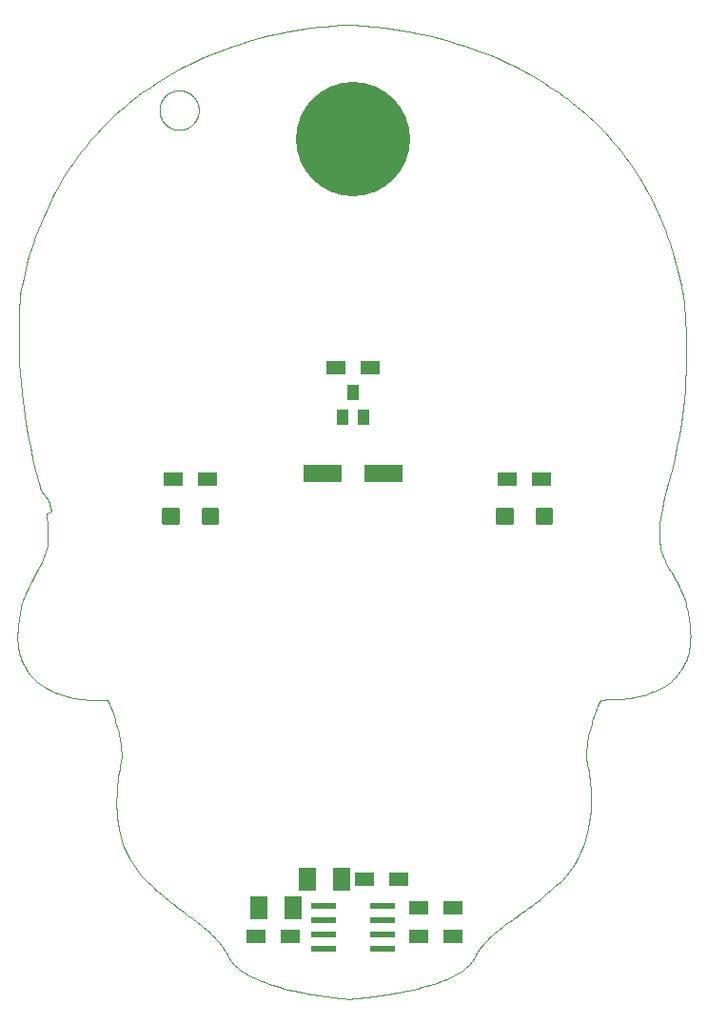
<source format=gtp>
G75*
%MOIN*%
%OFA0B0*%
%FSLAX25Y25*%
%IPPOS*%
%LPD*%
%AMOC8*
5,1,8,0,0,1.08239X$1,22.5*
%
%ADD10C,0.00394*%
%ADD11C,0.00000*%
%ADD12R,0.05906X0.07874*%
%ADD13R,0.13780X0.06299*%
%ADD14C,0.01181*%
%ADD15R,0.08661X0.02362*%
%ADD16R,0.03937X0.05512*%
%ADD17R,0.07087X0.04724*%
%ADD18C,0.40000*%
D10*
X0044761Y0055133D02*
X0042859Y0059260D01*
X0042135Y0061350D01*
X0041053Y0065507D01*
X0040695Y0067573D01*
X0040476Y0069589D01*
X0040257Y0071604D01*
X0040176Y0073569D01*
X0040190Y0075445D01*
X0040204Y0077320D01*
X0040313Y0079106D01*
X0040472Y0080764D01*
X0040630Y0082423D01*
X0040840Y0083953D01*
X0041055Y0085316D01*
X0041271Y0086680D01*
X0041492Y0087877D01*
X0041676Y0088868D01*
X0041818Y0089637D01*
X0041888Y0090471D01*
X0041898Y0091351D01*
X0041907Y0092231D01*
X0041855Y0093157D01*
X0041754Y0094113D01*
X0041653Y0095068D01*
X0041503Y0096051D01*
X0041316Y0097046D01*
X0041128Y0098041D01*
X0040903Y0099046D01*
X0040652Y0100044D01*
X0040401Y0101043D01*
X0040124Y0102034D01*
X0039832Y0103000D01*
X0039541Y0103967D01*
X0039235Y0104908D01*
X0038927Y0105807D01*
X0038618Y0106705D01*
X0038307Y0107562D01*
X0038005Y0108357D01*
X0037703Y0109152D01*
X0037410Y0109887D01*
X0037137Y0110544D01*
X0037043Y0110539D01*
X0036947Y0110534D01*
X0036848Y0110530D01*
X0036749Y0110525D01*
X0036647Y0110521D01*
X0036544Y0110517D01*
X0036440Y0110513D01*
X0036334Y0110509D01*
X0036225Y0110505D01*
X0036117Y0110502D01*
X0036006Y0110498D01*
X0035893Y0110495D01*
X0035781Y0110492D01*
X0035666Y0110489D01*
X0035548Y0110487D01*
X0035431Y0110485D01*
X0035312Y0110483D01*
X0035191Y0110481D01*
X0035069Y0110479D01*
X0034946Y0110478D01*
X0034821Y0110477D01*
X0034695Y0110476D01*
X0034568Y0110476D01*
X0033686Y0110476D01*
X0032854Y0110492D01*
X0031961Y0110534D01*
X0031068Y0110576D01*
X0030115Y0110644D01*
X0029120Y0110748D01*
X0028125Y0110851D01*
X0027089Y0110990D01*
X0026029Y0111174D01*
X0024970Y0111357D01*
X0023887Y0111586D01*
X0022800Y0111869D01*
X0021713Y0112152D01*
X0020622Y0112490D01*
X0019545Y0112892D01*
X0018468Y0113294D01*
X0017406Y0113760D01*
X0015347Y0114839D01*
X0014351Y0115452D01*
X0013406Y0116149D01*
X0012462Y0116845D01*
X0011569Y0117625D01*
X0010747Y0118497D01*
X0010266Y0119009D01*
X0009817Y0119541D01*
X0009401Y0120094D01*
X0008985Y0120647D01*
X0008602Y0121220D01*
X0008252Y0121815D01*
X0007902Y0122409D01*
X0007585Y0123023D01*
X0007301Y0123658D01*
X0007017Y0124293D01*
X0006766Y0124948D01*
X0006549Y0125623D01*
X0006331Y0126298D01*
X0006146Y0126993D01*
X0005995Y0127708D01*
X0005844Y0128422D01*
X0005726Y0129156D01*
X0005557Y0130663D01*
X0005505Y0131436D01*
X0005488Y0132227D01*
X0005470Y0133019D01*
X0005486Y0133830D01*
X0005535Y0134659D01*
X0005613Y0135968D01*
X0005730Y0137195D01*
X0005878Y0138350D01*
X0006027Y0139505D01*
X0006209Y0140587D01*
X0006417Y0141607D01*
X0006626Y0142626D01*
X0006861Y0143582D01*
X0007119Y0144483D01*
X0007376Y0145385D01*
X0007656Y0146232D01*
X0008246Y0147835D01*
X0008558Y0148591D01*
X0008881Y0149311D01*
X0009203Y0150030D01*
X0009537Y0150714D01*
X0010214Y0152025D01*
X0010558Y0152652D01*
X0010902Y0153262D01*
X0011246Y0153871D01*
X0011590Y0154462D01*
X0011928Y0155043D01*
X0012398Y0155850D01*
X0012856Y0156637D01*
X0013286Y0157434D01*
X0013716Y0158230D01*
X0014119Y0159037D01*
X0014478Y0159885D01*
X0014838Y0160733D01*
X0015154Y0161623D01*
X0015413Y0162586D01*
X0015671Y0163548D01*
X0015871Y0164583D01*
X0016126Y0166862D01*
X0016179Y0168106D01*
X0016145Y0169484D01*
X0016110Y0170863D01*
X0015987Y0172378D01*
X0015760Y0174059D01*
X0015534Y0175740D01*
X0017203Y0176588D01*
X0016305Y0180681D01*
X0013737Y0183925D01*
X0013035Y0186399D01*
X0011796Y0190765D01*
X0010763Y0195073D01*
X0009904Y0199272D01*
X0009045Y0203471D01*
X0008360Y0207561D01*
X0007275Y0215420D01*
X0006875Y0218190D01*
X0006295Y0225306D01*
X0006115Y0228652D01*
X0006014Y0231736D01*
X0005913Y0234820D01*
X0005891Y0237641D01*
X0005915Y0240149D01*
X0005939Y0242656D01*
X0006010Y0244850D01*
X0006096Y0246679D01*
X0006182Y0248508D01*
X0006283Y0249971D01*
X0006367Y0251019D01*
X0006451Y0252066D01*
X0006518Y0252698D01*
X0006536Y0252862D01*
X0006535Y0252890D01*
X0006533Y0252919D01*
X0006532Y0252948D01*
X0006530Y0252976D01*
X0006528Y0253005D01*
X0006527Y0253034D01*
X0006525Y0253062D01*
X0006524Y0253091D01*
X0007017Y0255693D01*
X0007576Y0258249D01*
X0008824Y0263266D01*
X0009512Y0265727D01*
X0011020Y0270553D01*
X0011839Y0272918D01*
X0012723Y0275233D01*
X0013606Y0277549D01*
X0014555Y0279815D01*
X0015568Y0282032D01*
X0016582Y0284248D01*
X0017660Y0286414D01*
X0018803Y0288529D01*
X0019946Y0290644D01*
X0021154Y0292708D01*
X0023699Y0296732D01*
X0025036Y0298692D01*
X0026438Y0300599D01*
X0027839Y0302506D01*
X0029306Y0304359D01*
X0030836Y0306159D01*
X0032074Y0307614D01*
X0033350Y0309034D01*
X0034665Y0310419D01*
X0035979Y0311804D01*
X0037332Y0313154D01*
X0040115Y0315782D01*
X0041546Y0317060D01*
X0043014Y0318302D01*
X0044483Y0319544D01*
X0045990Y0320749D01*
X0049082Y0323087D01*
X0050667Y0324218D01*
X0052290Y0325313D01*
X0053914Y0326408D01*
X0055576Y0327465D01*
X0058977Y0329504D01*
X0060716Y0330485D01*
X0062495Y0331428D01*
X0064273Y0332372D01*
X0066090Y0333277D01*
X0067945Y0334143D01*
X0070648Y0335404D01*
X0073331Y0336539D01*
X0075973Y0337562D01*
X0078615Y0338585D01*
X0081215Y0339495D01*
X0083752Y0340304D01*
X0086290Y0341114D01*
X0088763Y0341823D01*
X0091151Y0342444D01*
X0093539Y0343065D01*
X0095841Y0343599D01*
X0100228Y0344514D01*
X0102314Y0344896D01*
X0104269Y0345215D01*
X0106224Y0345534D01*
X0108049Y0345790D01*
X0111393Y0346201D01*
X0112913Y0346356D01*
X0115601Y0346590D01*
X0116771Y0346668D01*
X0117743Y0346721D01*
X0117743Y0346809D01*
X0118212Y0346819D01*
X0118681Y0346830D01*
X0119150Y0346840D01*
X0119619Y0346850D01*
X0120088Y0346861D01*
X0120557Y0346871D01*
X0121026Y0346881D01*
X0121495Y0346892D01*
X0121764Y0346892D01*
X0122072Y0346882D01*
X0122379Y0346871D01*
X0122686Y0346861D01*
X0122993Y0346851D01*
X0123301Y0346841D01*
X0123608Y0346831D01*
X0123915Y0346821D01*
X0124222Y0346811D01*
X0124222Y0346726D01*
X0125194Y0346674D01*
X0126384Y0346597D01*
X0127764Y0346482D01*
X0129144Y0346367D01*
X0130715Y0346213D01*
X0134185Y0345806D01*
X0136084Y0345551D01*
X0138121Y0345233D01*
X0140159Y0344916D01*
X0142334Y0344535D01*
X0146907Y0343621D01*
X0149304Y0343088D01*
X0151787Y0342467D01*
X0154270Y0341846D01*
X0156838Y0341137D01*
X0159464Y0340326D01*
X0162090Y0339516D01*
X0164774Y0338604D01*
X0167491Y0337579D01*
X0170208Y0336554D01*
X0172956Y0335415D01*
X0175710Y0334151D01*
X0177595Y0333285D01*
X0179447Y0332381D01*
X0181266Y0331438D01*
X0183084Y0330496D01*
X0184869Y0329515D01*
X0186618Y0328496D01*
X0188368Y0327477D01*
X0190081Y0326420D01*
X0191757Y0325326D01*
X0193433Y0324231D01*
X0195071Y0323100D01*
X0196670Y0321931D01*
X0198269Y0320763D01*
X0199829Y0319558D01*
X0202866Y0317075D01*
X0204343Y0315797D01*
X0205777Y0314483D01*
X0207211Y0313169D01*
X0208601Y0311819D01*
X0209947Y0310434D01*
X0211293Y0309049D01*
X0212593Y0307629D01*
X0213847Y0306174D01*
X0215398Y0304374D01*
X0216885Y0302520D01*
X0218307Y0300613D01*
X0219729Y0298706D01*
X0221086Y0296746D01*
X0222378Y0294734D01*
X0223670Y0292722D01*
X0224896Y0290658D01*
X0226058Y0288542D01*
X0227219Y0286426D01*
X0228314Y0284260D01*
X0230373Y0279826D01*
X0231337Y0277559D01*
X0232233Y0275242D01*
X0233130Y0272926D01*
X0233961Y0270560D01*
X0234724Y0268146D01*
X0235487Y0265732D01*
X0236184Y0263270D01*
X0236813Y0260760D01*
X0237442Y0258251D01*
X0238003Y0255694D01*
X0238497Y0253091D01*
X0238502Y0253065D01*
X0238504Y0253052D01*
X0238506Y0253038D01*
X0238508Y0253025D01*
X0238511Y0253012D01*
X0238513Y0252999D01*
X0238515Y0252986D01*
X0238540Y0252821D01*
X0238634Y0252189D01*
X0238760Y0251139D01*
X0238886Y0250090D01*
X0239044Y0248623D01*
X0239349Y0244959D01*
X0239497Y0242761D01*
X0239602Y0240249D01*
X0239708Y0237737D01*
X0239771Y0234910D01*
X0239739Y0228731D01*
X0239644Y0225378D01*
X0239433Y0222813D01*
X0239222Y0219249D01*
X0238895Y0215473D01*
X0237934Y0207599D01*
X0237300Y0203501D01*
X0236477Y0199295D01*
X0235653Y0195088D01*
X0234639Y0190772D01*
X0233398Y0186399D01*
X0232697Y0183930D01*
X0232131Y0181691D01*
X0231685Y0179649D01*
X0231239Y0177607D01*
X0230912Y0175762D01*
X0230690Y0174084D01*
X0230467Y0172406D01*
X0230349Y0170895D01*
X0230290Y0168141D01*
X0230349Y0166900D01*
X0230483Y0165762D01*
X0230616Y0164624D01*
X0230823Y0163590D01*
X0231088Y0162629D01*
X0231353Y0161667D01*
X0231677Y0160779D01*
X0232410Y0159083D01*
X0232820Y0158277D01*
X0233695Y0156685D01*
X0234161Y0155899D01*
X0234639Y0155091D01*
X0234983Y0154510D01*
X0235334Y0153918D01*
X0235684Y0153308D01*
X0236034Y0152697D01*
X0236385Y0152068D01*
X0236730Y0151412D01*
X0237075Y0150755D01*
X0237415Y0150071D01*
X0237744Y0149350D01*
X0238072Y0148629D01*
X0238390Y0147871D01*
X0238691Y0147068D01*
X0238992Y0146264D01*
X0239276Y0145415D01*
X0239538Y0144511D01*
X0239800Y0143608D01*
X0240040Y0142649D01*
X0240252Y0141627D01*
X0240464Y0140605D01*
X0240648Y0139520D01*
X0240799Y0138361D01*
X0240950Y0137203D01*
X0241067Y0135472D01*
X0241195Y0133830D01*
X0241211Y0133021D01*
X0241193Y0132232D01*
X0241176Y0131444D01*
X0241125Y0130676D01*
X0240956Y0129181D01*
X0240838Y0128453D01*
X0240687Y0127746D01*
X0240536Y0127039D01*
X0240351Y0126352D01*
X0240134Y0125684D01*
X0239916Y0125017D01*
X0239665Y0124370D01*
X0239382Y0123742D01*
X0239098Y0123115D01*
X0238781Y0122507D01*
X0238431Y0121918D01*
X0238081Y0121330D01*
X0237698Y0120761D01*
X0236866Y0119662D01*
X0236417Y0119131D01*
X0235936Y0118620D01*
X0235114Y0117748D01*
X0234222Y0116971D01*
X0233278Y0116278D01*
X0232334Y0115585D01*
X0231338Y0114977D01*
X0230309Y0114443D01*
X0229280Y0113909D01*
X0228218Y0113450D01*
X0227142Y0113056D01*
X0226065Y0112661D01*
X0224974Y0112332D01*
X0222801Y0111781D01*
X0221719Y0111560D01*
X0219601Y0111207D01*
X0218565Y0111075D01*
X0217570Y0110978D01*
X0216575Y0110880D01*
X0215623Y0110817D01*
X0214730Y0110778D01*
X0213838Y0110740D01*
X0213006Y0110725D01*
X0212121Y0110725D01*
X0211994Y0110724D01*
X0211868Y0110721D01*
X0211743Y0110719D01*
X0211619Y0110715D01*
X0211376Y0110707D01*
X0211257Y0110702D01*
X0211139Y0110697D01*
X0211022Y0110692D01*
X0210907Y0110687D01*
X0210794Y0110683D01*
X0210681Y0110678D01*
X0210570Y0110673D01*
X0210461Y0110670D01*
X0210353Y0110666D01*
X0210246Y0110663D01*
X0210142Y0110661D01*
X0210038Y0110659D01*
X0209937Y0110659D01*
X0209838Y0110660D01*
X0209739Y0110661D01*
X0209642Y0110664D01*
X0209548Y0110669D01*
X0209273Y0110013D01*
X0208978Y0109277D01*
X0208674Y0108478D01*
X0208369Y0107680D01*
X0208056Y0106820D01*
X0207745Y0105916D01*
X0207434Y0105012D01*
X0207126Y0104064D01*
X0206832Y0103091D01*
X0206538Y0102118D01*
X0206258Y0101120D01*
X0205751Y0099108D01*
X0205524Y0098096D01*
X0205334Y0097094D01*
X0205144Y0096093D01*
X0204992Y0095103D01*
X0204890Y0094142D01*
X0204787Y0093182D01*
X0204735Y0092251D01*
X0204743Y0091367D01*
X0204751Y0090484D01*
X0204821Y0089649D01*
X0204963Y0088880D01*
X0205128Y0087987D01*
X0205336Y0086867D01*
X0205540Y0085562D01*
X0205744Y0084256D01*
X0205946Y0082765D01*
X0206099Y0081131D01*
X0206252Y0079497D01*
X0206356Y0077719D01*
X0206367Y0075842D01*
X0206378Y0073964D01*
X0206296Y0071986D01*
X0206074Y0069950D01*
X0205853Y0067914D01*
X0205492Y0065819D01*
X0204403Y0061600D01*
X0203674Y0059474D01*
X0202716Y0057376D01*
X0201758Y0055278D01*
X0200571Y0053206D01*
X0197646Y0049202D01*
X0195909Y0047269D01*
X0193852Y0045448D01*
X0193157Y0044833D01*
X0192477Y0044243D01*
X0191142Y0043107D01*
X0190487Y0042562D01*
X0189846Y0042037D01*
X0189204Y0041512D01*
X0188575Y0041007D01*
X0187341Y0040032D01*
X0186736Y0039563D01*
X0185548Y0038655D01*
X0184966Y0038216D01*
X0184394Y0037791D01*
X0183822Y0037366D01*
X0183261Y0036954D01*
X0182158Y0036151D01*
X0181616Y0035761D01*
X0181084Y0035379D01*
X0180552Y0034997D01*
X0180029Y0034623D01*
X0179514Y0034256D01*
X0178709Y0033680D01*
X0177937Y0033129D01*
X0177198Y0032594D01*
X0176458Y0032059D01*
X0175750Y0031539D01*
X0175073Y0031026D01*
X0174395Y0030514D01*
X0173748Y0030008D01*
X0172508Y0028993D01*
X0171915Y0028484D01*
X0171349Y0027964D01*
X0170782Y0027445D01*
X0170241Y0026915D01*
X0169724Y0026366D01*
X0169206Y0025817D01*
X0168712Y0025249D01*
X0168240Y0024652D01*
X0167767Y0024056D01*
X0167316Y0023433D01*
X0166452Y0022112D01*
X0166039Y0021415D01*
X0165643Y0020673D01*
X0165306Y0020041D01*
X0164893Y0019428D01*
X0164402Y0018833D01*
X0163912Y0018239D01*
X0163345Y0017664D01*
X0162701Y0017107D01*
X0162056Y0016550D01*
X0161333Y0016011D01*
X0159731Y0014970D01*
X0158852Y0014467D01*
X0157893Y0013982D01*
X0156934Y0013497D01*
X0155895Y0013029D01*
X0154777Y0012578D01*
X0153658Y0012128D01*
X0152459Y0011695D01*
X0149899Y0010861D01*
X0148538Y0010461D01*
X0147095Y0010077D01*
X0145652Y0009693D01*
X0144127Y0009326D01*
X0142519Y0008974D01*
X0141639Y0008782D01*
X0140762Y0008601D01*
X0139025Y0008259D01*
X0138165Y0008099D01*
X0137319Y0007948D01*
X0136473Y0007798D01*
X0135641Y0007658D01*
X0134829Y0007527D01*
X0134017Y0007397D01*
X0133225Y0007276D01*
X0131691Y0007052D01*
X0130949Y0006949D01*
X0130238Y0006854D01*
X0129527Y0006759D01*
X0128847Y0006673D01*
X0127560Y0006517D01*
X0126954Y0006447D01*
X0126389Y0006385D01*
X0125824Y0006322D01*
X0125301Y0006267D01*
X0124826Y0006220D01*
X0124033Y0006149D01*
X0123637Y0006113D01*
X0123241Y0006078D01*
X0122053Y0005972D01*
X0121657Y0005937D01*
X0120864Y0006012D01*
X0120467Y0006050D01*
X0119673Y0006126D01*
X0119277Y0006164D01*
X0118483Y0006239D01*
X0117999Y0006290D01*
X0117477Y0006347D01*
X0116923Y0006412D01*
X0116368Y0006476D01*
X0115780Y0006548D01*
X0115163Y0006627D01*
X0114546Y0006706D01*
X0113900Y0006793D01*
X0113229Y0006888D01*
X0112558Y0006983D01*
X0111862Y0007087D01*
X0111145Y0007198D01*
X0110428Y0007310D01*
X0109690Y0007430D01*
X0108180Y0007689D01*
X0107408Y0007827D01*
X0106623Y0007975D01*
X0105838Y0008123D01*
X0105040Y0008281D01*
X0104233Y0008448D01*
X0103426Y0008615D01*
X0102610Y0008793D01*
X0101789Y0008981D01*
X0100247Y0009333D01*
X0098783Y0009702D01*
X0097397Y0010086D01*
X0096012Y0010471D01*
X0094704Y0010872D01*
X0093473Y0011289D01*
X0092242Y0011706D01*
X0091088Y0012139D01*
X0090010Y0012590D01*
X0088932Y0013041D01*
X0087931Y0013508D01*
X0087005Y0013993D01*
X0086078Y0014478D01*
X0085227Y0014980D01*
X0084451Y0015500D01*
X0083675Y0016020D01*
X0082973Y0016558D01*
X0082345Y0017114D01*
X0081717Y0017670D01*
X0081163Y0018244D01*
X0080682Y0018837D01*
X0080200Y0019429D01*
X0079792Y0020041D01*
X0079456Y0020671D01*
X0079036Y0021459D01*
X0078606Y0022195D01*
X0078163Y0022890D01*
X0077720Y0023585D01*
X0077263Y0024239D01*
X0076788Y0024863D01*
X0076314Y0025487D01*
X0075822Y0026080D01*
X0075308Y0026652D01*
X0074795Y0027225D01*
X0074260Y0027777D01*
X0073700Y0028319D01*
X0073140Y0028861D01*
X0072554Y0029393D01*
X0071940Y0029925D01*
X0071325Y0030458D01*
X0070681Y0030990D01*
X0069327Y0032076D01*
X0068617Y0032629D01*
X0067870Y0033203D01*
X0067123Y0033777D01*
X0066339Y0034372D01*
X0065514Y0034998D01*
X0065055Y0035346D01*
X0064589Y0035700D01*
X0064114Y0036061D01*
X0063639Y0036423D01*
X0063156Y0036792D01*
X0062663Y0037170D01*
X0062171Y0037549D01*
X0061669Y0037938D01*
X0061156Y0038338D01*
X0060644Y0038738D01*
X0060121Y0039149D01*
X0059054Y0039999D01*
X0058509Y0040438D01*
X0057953Y0040891D01*
X0057396Y0041345D01*
X0056827Y0041814D01*
X0056246Y0042301D01*
X0055664Y0042787D01*
X0055070Y0043291D01*
X0054462Y0043814D01*
X0053854Y0044337D01*
X0053232Y0044879D01*
X0052596Y0045442D01*
X0050559Y0047245D01*
X0048839Y0049152D01*
X0047389Y0051124D01*
X0045940Y0053095D01*
X0044761Y0055133D01*
D11*
X0055210Y0317000D02*
X0055212Y0317169D01*
X0055218Y0317338D01*
X0055229Y0317507D01*
X0055243Y0317675D01*
X0055262Y0317843D01*
X0055285Y0318011D01*
X0055311Y0318178D01*
X0055342Y0318344D01*
X0055377Y0318510D01*
X0055416Y0318674D01*
X0055460Y0318838D01*
X0055507Y0319000D01*
X0055558Y0319161D01*
X0055613Y0319321D01*
X0055672Y0319480D01*
X0055734Y0319637D01*
X0055801Y0319792D01*
X0055872Y0319946D01*
X0055946Y0320098D01*
X0056024Y0320248D01*
X0056105Y0320396D01*
X0056190Y0320542D01*
X0056279Y0320686D01*
X0056371Y0320828D01*
X0056467Y0320967D01*
X0056566Y0321104D01*
X0056668Y0321239D01*
X0056774Y0321371D01*
X0056883Y0321500D01*
X0056995Y0321627D01*
X0057110Y0321751D01*
X0057228Y0321872D01*
X0057349Y0321990D01*
X0057473Y0322105D01*
X0057600Y0322217D01*
X0057729Y0322326D01*
X0057861Y0322432D01*
X0057996Y0322534D01*
X0058133Y0322633D01*
X0058272Y0322729D01*
X0058414Y0322821D01*
X0058558Y0322910D01*
X0058704Y0322995D01*
X0058852Y0323076D01*
X0059002Y0323154D01*
X0059154Y0323228D01*
X0059308Y0323299D01*
X0059463Y0323366D01*
X0059620Y0323428D01*
X0059779Y0323487D01*
X0059939Y0323542D01*
X0060100Y0323593D01*
X0060262Y0323640D01*
X0060426Y0323684D01*
X0060590Y0323723D01*
X0060756Y0323758D01*
X0060922Y0323789D01*
X0061089Y0323815D01*
X0061257Y0323838D01*
X0061425Y0323857D01*
X0061593Y0323871D01*
X0061762Y0323882D01*
X0061931Y0323888D01*
X0062100Y0323890D01*
X0062269Y0323888D01*
X0062438Y0323882D01*
X0062607Y0323871D01*
X0062775Y0323857D01*
X0062943Y0323838D01*
X0063111Y0323815D01*
X0063278Y0323789D01*
X0063444Y0323758D01*
X0063610Y0323723D01*
X0063774Y0323684D01*
X0063938Y0323640D01*
X0064100Y0323593D01*
X0064261Y0323542D01*
X0064421Y0323487D01*
X0064580Y0323428D01*
X0064737Y0323366D01*
X0064892Y0323299D01*
X0065046Y0323228D01*
X0065198Y0323154D01*
X0065348Y0323076D01*
X0065496Y0322995D01*
X0065642Y0322910D01*
X0065786Y0322821D01*
X0065928Y0322729D01*
X0066067Y0322633D01*
X0066204Y0322534D01*
X0066339Y0322432D01*
X0066471Y0322326D01*
X0066600Y0322217D01*
X0066727Y0322105D01*
X0066851Y0321990D01*
X0066972Y0321872D01*
X0067090Y0321751D01*
X0067205Y0321627D01*
X0067317Y0321500D01*
X0067426Y0321371D01*
X0067532Y0321239D01*
X0067634Y0321104D01*
X0067733Y0320967D01*
X0067829Y0320828D01*
X0067921Y0320686D01*
X0068010Y0320542D01*
X0068095Y0320396D01*
X0068176Y0320248D01*
X0068254Y0320098D01*
X0068328Y0319946D01*
X0068399Y0319792D01*
X0068466Y0319637D01*
X0068528Y0319480D01*
X0068587Y0319321D01*
X0068642Y0319161D01*
X0068693Y0319000D01*
X0068740Y0318838D01*
X0068784Y0318674D01*
X0068823Y0318510D01*
X0068858Y0318344D01*
X0068889Y0318178D01*
X0068915Y0318011D01*
X0068938Y0317843D01*
X0068957Y0317675D01*
X0068971Y0317507D01*
X0068982Y0317338D01*
X0068988Y0317169D01*
X0068990Y0317000D01*
X0068988Y0316831D01*
X0068982Y0316662D01*
X0068971Y0316493D01*
X0068957Y0316325D01*
X0068938Y0316157D01*
X0068915Y0315989D01*
X0068889Y0315822D01*
X0068858Y0315656D01*
X0068823Y0315490D01*
X0068784Y0315326D01*
X0068740Y0315162D01*
X0068693Y0315000D01*
X0068642Y0314839D01*
X0068587Y0314679D01*
X0068528Y0314520D01*
X0068466Y0314363D01*
X0068399Y0314208D01*
X0068328Y0314054D01*
X0068254Y0313902D01*
X0068176Y0313752D01*
X0068095Y0313604D01*
X0068010Y0313458D01*
X0067921Y0313314D01*
X0067829Y0313172D01*
X0067733Y0313033D01*
X0067634Y0312896D01*
X0067532Y0312761D01*
X0067426Y0312629D01*
X0067317Y0312500D01*
X0067205Y0312373D01*
X0067090Y0312249D01*
X0066972Y0312128D01*
X0066851Y0312010D01*
X0066727Y0311895D01*
X0066600Y0311783D01*
X0066471Y0311674D01*
X0066339Y0311568D01*
X0066204Y0311466D01*
X0066067Y0311367D01*
X0065928Y0311271D01*
X0065786Y0311179D01*
X0065642Y0311090D01*
X0065496Y0311005D01*
X0065348Y0310924D01*
X0065198Y0310846D01*
X0065046Y0310772D01*
X0064892Y0310701D01*
X0064737Y0310634D01*
X0064580Y0310572D01*
X0064421Y0310513D01*
X0064261Y0310458D01*
X0064100Y0310407D01*
X0063938Y0310360D01*
X0063774Y0310316D01*
X0063610Y0310277D01*
X0063444Y0310242D01*
X0063278Y0310211D01*
X0063111Y0310185D01*
X0062943Y0310162D01*
X0062775Y0310143D01*
X0062607Y0310129D01*
X0062438Y0310118D01*
X0062269Y0310112D01*
X0062100Y0310110D01*
X0061931Y0310112D01*
X0061762Y0310118D01*
X0061593Y0310129D01*
X0061425Y0310143D01*
X0061257Y0310162D01*
X0061089Y0310185D01*
X0060922Y0310211D01*
X0060756Y0310242D01*
X0060590Y0310277D01*
X0060426Y0310316D01*
X0060262Y0310360D01*
X0060100Y0310407D01*
X0059939Y0310458D01*
X0059779Y0310513D01*
X0059620Y0310572D01*
X0059463Y0310634D01*
X0059308Y0310701D01*
X0059154Y0310772D01*
X0059002Y0310846D01*
X0058852Y0310924D01*
X0058704Y0311005D01*
X0058558Y0311090D01*
X0058414Y0311179D01*
X0058272Y0311271D01*
X0058133Y0311367D01*
X0057996Y0311466D01*
X0057861Y0311568D01*
X0057729Y0311674D01*
X0057600Y0311783D01*
X0057473Y0311895D01*
X0057349Y0312010D01*
X0057228Y0312128D01*
X0057110Y0312249D01*
X0056995Y0312373D01*
X0056883Y0312500D01*
X0056774Y0312629D01*
X0056668Y0312761D01*
X0056566Y0312896D01*
X0056467Y0313033D01*
X0056371Y0313172D01*
X0056279Y0313314D01*
X0056190Y0313458D01*
X0056105Y0313604D01*
X0056024Y0313752D01*
X0055946Y0313902D01*
X0055872Y0314054D01*
X0055801Y0314208D01*
X0055734Y0314363D01*
X0055672Y0314520D01*
X0055613Y0314679D01*
X0055558Y0314839D01*
X0055507Y0315000D01*
X0055460Y0315162D01*
X0055416Y0315326D01*
X0055377Y0315490D01*
X0055342Y0315656D01*
X0055311Y0315822D01*
X0055285Y0315989D01*
X0055262Y0316157D01*
X0055243Y0316325D01*
X0055229Y0316493D01*
X0055218Y0316662D01*
X0055212Y0316831D01*
X0055210Y0317000D01*
D12*
X0107194Y0048000D03*
X0102006Y0038000D03*
X0090194Y0038000D03*
X0119006Y0048000D03*
D13*
X0112470Y0190000D03*
X0133730Y0190000D03*
D14*
X0178573Y0177363D02*
X0178573Y0172637D01*
X0173847Y0172637D01*
X0173847Y0177363D01*
X0178573Y0177363D01*
X0178573Y0173817D02*
X0173847Y0173817D01*
X0173847Y0174997D02*
X0178573Y0174997D01*
X0178573Y0176177D02*
X0173847Y0176177D01*
X0173847Y0177357D02*
X0178573Y0177357D01*
X0192353Y0177363D02*
X0192353Y0172637D01*
X0187627Y0172637D01*
X0187627Y0177363D01*
X0192353Y0177363D01*
X0192353Y0173817D02*
X0187627Y0173817D01*
X0187627Y0174997D02*
X0192353Y0174997D01*
X0192353Y0176177D02*
X0187627Y0176177D01*
X0187627Y0177357D02*
X0192353Y0177357D01*
X0075353Y0177363D02*
X0075353Y0172637D01*
X0070627Y0172637D01*
X0070627Y0177363D01*
X0075353Y0177363D01*
X0075353Y0173817D02*
X0070627Y0173817D01*
X0070627Y0174997D02*
X0075353Y0174997D01*
X0075353Y0176177D02*
X0070627Y0176177D01*
X0070627Y0177357D02*
X0075353Y0177357D01*
X0061573Y0177363D02*
X0061573Y0172637D01*
X0056847Y0172637D01*
X0056847Y0177363D01*
X0061573Y0177363D01*
X0061573Y0173817D02*
X0056847Y0173817D01*
X0056847Y0174997D02*
X0061573Y0174997D01*
X0061573Y0176177D02*
X0056847Y0176177D01*
X0056847Y0177357D02*
X0061573Y0177357D01*
D15*
X0112864Y0038500D03*
X0112864Y0033500D03*
X0112864Y0028500D03*
X0112864Y0023500D03*
X0133336Y0023500D03*
X0133336Y0028500D03*
X0133336Y0033500D03*
X0133336Y0038500D03*
D16*
X0126840Y0209669D03*
X0123100Y0218331D03*
X0119360Y0209669D03*
D17*
X0117198Y0227000D03*
X0129002Y0227000D03*
X0177198Y0188000D03*
X0189002Y0188000D03*
X0139002Y0048000D03*
X0146198Y0038000D03*
X0146198Y0028000D03*
X0158002Y0028000D03*
X0158002Y0038000D03*
X0127198Y0048000D03*
X0101002Y0028000D03*
X0089198Y0028000D03*
X0072002Y0188000D03*
X0060198Y0188000D03*
D18*
X0123100Y0307000D03*
M02*

</source>
